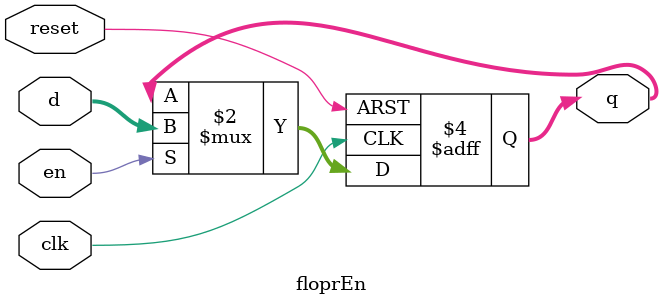
<source format=sv>
`timescale 1ns / 1ps


module floprEn#(parameter WIDTH = 8)
              (input  logic             clk, reset,en,
               input  logic [WIDTH-1:0] d, 
               output logic [WIDTH-1:0] q);

  always_ff @(posedge clk, posedge reset)
    if (reset) q <= 0;
    else if(en)       q <= d;
endmodule

</source>
